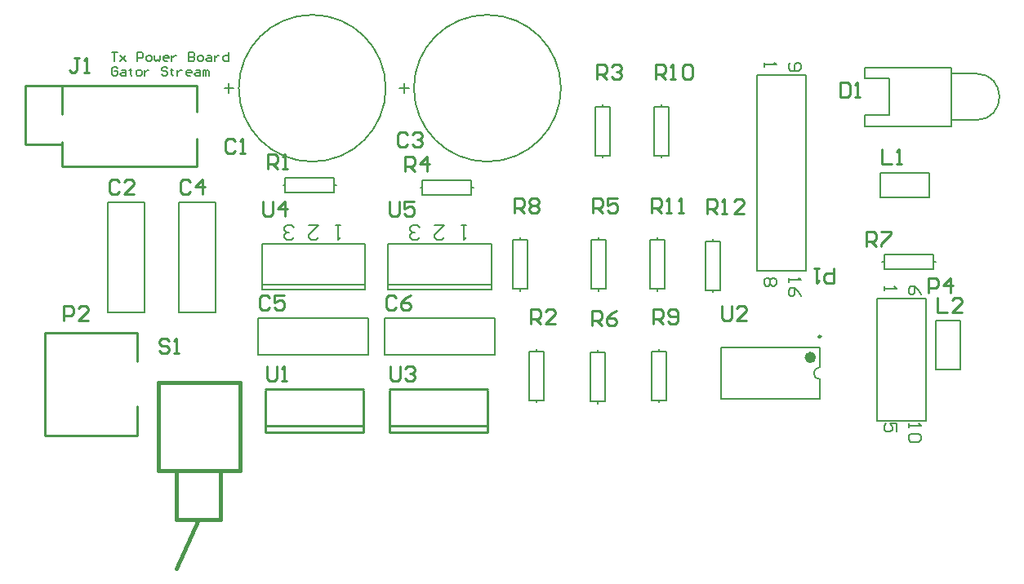
<source format=gto>
G04 Layer_Color=65535*
%FSLAX25Y25*%
%MOIN*%
G70*
G01*
G75*
%ADD28C,0.00787*%
%ADD29C,0.00500*%
%ADD30C,0.00984*%
%ADD31C,0.02362*%
%ADD32C,0.01000*%
%ADD33C,0.01500*%
%ADD34C,0.00700*%
%ADD35C,0.00591*%
%ADD36C,0.00800*%
D28*
X236500Y247000D02*
G03*
X236500Y247000I-30000J0D01*
G01*
X308000D02*
G03*
X308000Y247000I-30000J0D01*
G01*
X413776Y133000D02*
G03*
X413776Y128000I0J-2500D01*
G01*
X437000Y161000D02*
X457000D01*
X437000Y111000D02*
Y161000D01*
Y111000D02*
X457000D01*
Y161000D01*
X408000Y172500D02*
Y252500D01*
X388000Y172500D02*
Y252500D01*
Y172500D02*
X408000D01*
X388000Y252500D02*
X408000D01*
X184500Y138000D02*
Y153000D01*
X229500D01*
Y138000D02*
Y153000D01*
X184500Y138000D02*
X229500D01*
X236000D02*
Y153000D01*
X281000D01*
Y138000D02*
Y153000D01*
X236000Y138000D02*
X281000D01*
X438500Y202500D02*
Y212500D01*
X458500D01*
Y202500D02*
Y212500D01*
X438500Y202500D02*
X458500D01*
X185937Y166748D02*
X228063D01*
X185937Y164779D02*
X228063D01*
X185937Y183283D02*
X228063D01*
Y164779D02*
Y183283D01*
X185937Y164779D02*
Y183283D01*
X215500Y207500D02*
Y210500D01*
X195500D02*
X215500D01*
X195500Y204500D02*
Y210500D01*
Y204500D02*
X215500D01*
Y207500D01*
X194600D02*
X195500D01*
X215500D02*
X216400D01*
X461000Y132000D02*
X471000D01*
X461000D02*
Y152000D01*
X471000D01*
Y132000D02*
Y152000D01*
X373224Y140933D02*
X413776D01*
X373224Y120067D02*
X413776D01*
Y133000D02*
Y140933D01*
Y120067D02*
Y128000D01*
X373224Y120067D02*
Y140933D01*
X298000Y119500D02*
X301000D01*
Y139500D01*
X295000D02*
X301000D01*
X295000Y119500D02*
Y139500D01*
Y119500D02*
X298000D01*
Y139500D02*
Y140400D01*
Y118600D02*
Y119500D01*
X237437Y166748D02*
X279563D01*
X237437Y164779D02*
X279563D01*
X237437Y183283D02*
X279563D01*
Y164779D02*
Y183283D01*
X237437Y164779D02*
Y183283D01*
X325000Y219500D02*
X328000D01*
Y239500D01*
X322000D02*
X328000D01*
X322000Y219500D02*
Y239500D01*
Y219500D02*
X325000D01*
Y239500D02*
Y240400D01*
Y218600D02*
Y219500D01*
X251500Y203500D02*
Y206500D01*
Y203500D02*
X271500D01*
Y209500D01*
X251500D02*
X271500D01*
X251500Y206500D02*
Y209500D01*
X271500Y206500D02*
X272400D01*
X250600D02*
X251500D01*
X323000Y119000D02*
X326000D01*
Y139000D01*
X320000D02*
X326000D01*
X320000Y119000D02*
Y139000D01*
Y119000D02*
X323000D01*
Y139000D02*
Y139900D01*
Y118100D02*
Y119000D01*
X320500Y185000D02*
X323500D01*
X320500Y165000D02*
Y185000D01*
Y165000D02*
X326500D01*
Y185000D01*
X323500D02*
X326500D01*
X323500Y164100D02*
Y165000D01*
Y185000D02*
Y185900D01*
X123000Y200500D02*
X138000D01*
Y155500D02*
Y200500D01*
X123000Y155500D02*
X138000D01*
X123000D02*
Y200500D01*
X440000Y173000D02*
Y176000D01*
Y173000D02*
X460000D01*
Y179000D01*
X440000D02*
X460000D01*
X440000Y176000D02*
Y179000D01*
X460000Y176000D02*
X460900D01*
X439100D02*
X440000D01*
X288500Y185000D02*
X291500D01*
X288500Y165000D02*
Y185000D01*
Y165000D02*
X294500D01*
Y185000D01*
X291500D02*
X294500D01*
X291500Y164100D02*
Y165000D01*
Y185000D02*
Y185900D01*
X152000Y200500D02*
X167000D01*
Y155500D02*
Y200500D01*
X152000Y155500D02*
X167000D01*
X152000D02*
Y200500D01*
X348000Y119500D02*
X351000D01*
Y139500D01*
X345000D02*
X351000D01*
X345000Y119500D02*
Y139500D01*
Y119500D02*
X348000D01*
Y139500D02*
Y140400D01*
Y118600D02*
Y119500D01*
X349000Y219500D02*
X352000D01*
Y239500D01*
X346000D02*
X352000D01*
X346000Y219500D02*
Y239500D01*
Y219500D02*
X349000D01*
Y239500D02*
Y240400D01*
Y218600D02*
Y219500D01*
X367000Y184500D02*
X370000D01*
X367000Y164500D02*
Y184500D01*
Y164500D02*
X373000D01*
Y184500D01*
X370000D02*
X373000D01*
X370000Y163600D02*
Y164500D01*
Y184500D02*
Y185400D01*
X344500Y185000D02*
X347500D01*
X344500Y165000D02*
Y185000D01*
Y165000D02*
X350500D01*
Y185000D01*
X347500D02*
X350500D01*
X347500Y164100D02*
Y165000D01*
Y185000D02*
Y185900D01*
D29*
X477500Y234000D02*
G03*
X477500Y253000I0J9500D01*
G01*
X432000Y231500D02*
X467500D01*
Y255500D01*
X432000D02*
X467500D01*
Y234000D02*
X477500D01*
X467500Y253000D02*
X477500D01*
X432000Y231500D02*
Y236000D01*
X442000D01*
Y251000D01*
X432000D02*
X442000D01*
X432000D02*
Y255500D01*
D30*
X414110Y145500D02*
G03*
X414110Y145500I-492J0D01*
G01*
D31*
X411020Y136996D02*
G03*
X411020Y136996I-1181J0D01*
G01*
D32*
X112500Y105000D02*
X135000D01*
X97500D02*
X112500D01*
X97500D02*
Y147000D01*
X135000D01*
Y135500D02*
Y147000D01*
Y105000D02*
Y117000D01*
X89500Y224000D02*
X104500D01*
X89500D02*
Y248000D01*
X104500D01*
Y215000D02*
X159500D01*
X104500Y248000D02*
X159500D01*
Y237500D02*
Y248000D01*
Y215000D02*
Y226500D01*
X104500Y215000D02*
Y225000D01*
Y236500D02*
Y248000D01*
X187500Y109000D02*
X227500D01*
Y106500D02*
Y123500D01*
X187500Y124000D02*
X227500D01*
X187500Y106500D02*
Y123500D01*
Y106500D02*
X227500D01*
X238000Y109000D02*
X278000D01*
Y106500D02*
Y123500D01*
X238000Y124000D02*
X278000D01*
X238000Y106500D02*
Y123500D01*
Y106500D02*
X278000D01*
X105000Y152000D02*
Y157998D01*
X107999D01*
X108999Y156998D01*
Y154999D01*
X107999Y153999D01*
X105000D01*
X114997Y152000D02*
X110998D01*
X114997Y155999D01*
Y156998D01*
X113997Y157998D01*
X111998D01*
X110998Y156998D01*
X111499Y259498D02*
X109499D01*
X110499D01*
Y254500D01*
X109499Y253500D01*
X108500D01*
X107500Y254500D01*
X113498Y253500D02*
X115497D01*
X114498D01*
Y259498D01*
X113498Y258498D01*
X174999Y225498D02*
X173999Y226498D01*
X172000D01*
X171000Y225498D01*
Y221500D01*
X172000Y220500D01*
X173999D01*
X174999Y221500D01*
X176998Y220500D02*
X178997D01*
X177998D01*
Y226498D01*
X176998Y225498D01*
X245499Y227998D02*
X244499Y228998D01*
X242500D01*
X241500Y227998D01*
Y224000D01*
X242500Y223000D01*
X244499D01*
X245499Y224000D01*
X247498Y227998D02*
X248498Y228998D01*
X250497D01*
X251497Y227998D01*
Y226999D01*
X250497Y225999D01*
X249497D01*
X250497D01*
X251497Y224999D01*
Y224000D01*
X250497Y223000D01*
X248498D01*
X247498Y224000D01*
X422000Y249498D02*
Y243500D01*
X424999D01*
X425999Y244500D01*
Y248498D01*
X424999Y249498D01*
X422000D01*
X427998Y243500D02*
X429997D01*
X428998D01*
Y249498D01*
X427998Y248498D01*
X458000Y163500D02*
Y169498D01*
X460999D01*
X461999Y168498D01*
Y166499D01*
X460999Y165499D01*
X458000D01*
X466997Y163500D02*
Y169498D01*
X463998Y166499D01*
X467997D01*
X419500Y173500D02*
Y167502D01*
X416501D01*
X415501Y168502D01*
Y170501D01*
X416501Y171501D01*
X419500D01*
X413502Y173500D02*
X411503D01*
X412502D01*
Y167502D01*
X413502Y168502D01*
X189099Y161398D02*
X188099Y162398D01*
X186100D01*
X185100Y161398D01*
Y157400D01*
X186100Y156400D01*
X188099D01*
X189099Y157400D01*
X195097Y162398D02*
X191098D01*
Y159399D01*
X193097Y160399D01*
X194097D01*
X195097Y159399D01*
Y157400D01*
X194097Y156400D01*
X192098D01*
X191098Y157400D01*
X240599Y161398D02*
X239599Y162398D01*
X237600D01*
X236600Y161398D01*
Y157400D01*
X237600Y156400D01*
X239599D01*
X240599Y157400D01*
X246597Y162398D02*
X244597Y161398D01*
X242598Y159399D01*
Y157400D01*
X243598Y156400D01*
X245597D01*
X246597Y157400D01*
Y158399D01*
X245597Y159399D01*
X242598D01*
X188000Y133498D02*
Y128500D01*
X189000Y127500D01*
X190999D01*
X191999Y128500D01*
Y133498D01*
X193998Y127500D02*
X195997D01*
X194998D01*
Y133498D01*
X193998Y132498D01*
X148049Y143748D02*
X147049Y144748D01*
X145050D01*
X144050Y143748D01*
Y142749D01*
X145050Y141749D01*
X147049D01*
X148049Y140749D01*
Y139750D01*
X147049Y138750D01*
X145050D01*
X144050Y139750D01*
X150048Y138750D02*
X152047D01*
X151048D01*
Y144748D01*
X150048Y143748D01*
X238500Y133498D02*
Y128500D01*
X239500Y127500D01*
X241499D01*
X242499Y128500D01*
Y133498D01*
X244498Y132498D02*
X245498Y133498D01*
X247497D01*
X248497Y132498D01*
Y131499D01*
X247497Y130499D01*
X246497D01*
X247497D01*
X248497Y129499D01*
Y128500D01*
X247497Y127500D01*
X245498D01*
X244498Y128500D01*
X439100Y221898D02*
Y215900D01*
X443099D01*
X445098D02*
X447097D01*
X446098D01*
Y221898D01*
X445098Y220898D01*
X186500Y200598D02*
Y195600D01*
X187500Y194600D01*
X189499D01*
X190499Y195600D01*
Y200598D01*
X195497Y194600D02*
Y200598D01*
X192498Y197599D01*
X196497D01*
X188300Y213900D02*
Y219898D01*
X191299D01*
X192299Y218898D01*
Y216899D01*
X191299Y215899D01*
X188300D01*
X190299D02*
X192299Y213900D01*
X194298D02*
X196297D01*
X195298D01*
Y219898D01*
X194298Y218898D01*
X461600Y161398D02*
Y155400D01*
X465599D01*
X471597D02*
X467598D01*
X471597Y159399D01*
Y160398D01*
X470597Y161398D01*
X468598D01*
X467598Y160398D01*
X373800Y157898D02*
Y152900D01*
X374800Y151900D01*
X376799D01*
X377799Y152900D01*
Y157898D01*
X383797Y151900D02*
X379798D01*
X383797Y155899D01*
Y156898D01*
X382797Y157898D01*
X380798D01*
X379798Y156898D01*
X295600Y150700D02*
Y156698D01*
X298599D01*
X299599Y155698D01*
Y153699D01*
X298599Y152699D01*
X295600D01*
X297599D02*
X299599Y150700D01*
X305597D02*
X301598D01*
X305597Y154699D01*
Y155698D01*
X304597Y156698D01*
X302598D01*
X301598Y155698D01*
X238000Y200598D02*
Y195600D01*
X239000Y194600D01*
X240999D01*
X241999Y195600D01*
Y200598D01*
X247997D02*
X243998D01*
Y197599D01*
X245997Y198599D01*
X246997D01*
X247997Y197599D01*
Y195600D01*
X246997Y194600D01*
X244998D01*
X243998Y195600D01*
X322600Y250700D02*
Y256698D01*
X325599D01*
X326599Y255698D01*
Y253699D01*
X325599Y252699D01*
X322600D01*
X324599D02*
X326599Y250700D01*
X328598Y255698D02*
X329598Y256698D01*
X331597D01*
X332597Y255698D01*
Y254699D01*
X331597Y253699D01*
X330597D01*
X331597D01*
X332597Y252699D01*
Y251700D01*
X331597Y250700D01*
X329598D01*
X328598Y251700D01*
X244300Y212900D02*
Y218898D01*
X247299D01*
X248299Y217898D01*
Y215899D01*
X247299Y214899D01*
X244300D01*
X246299D02*
X248299Y212900D01*
X253297D02*
Y218898D01*
X250298Y215899D01*
X254297D01*
X320600Y150200D02*
Y156198D01*
X323599D01*
X324599Y155198D01*
Y153199D01*
X323599Y152199D01*
X320600D01*
X322599D02*
X324599Y150200D01*
X330597Y156198D02*
X328597Y155198D01*
X326598Y153199D01*
Y151200D01*
X327598Y150200D01*
X329597D01*
X330597Y151200D01*
Y152199D01*
X329597Y153199D01*
X326598D01*
X321100Y196200D02*
Y202198D01*
X324099D01*
X325099Y201198D01*
Y199199D01*
X324099Y198199D01*
X321100D01*
X323099D02*
X325099Y196200D01*
X331097Y202198D02*
X327098D01*
Y199199D01*
X329097Y200199D01*
X330097D01*
X331097Y199199D01*
Y197200D01*
X330097Y196200D01*
X328098D01*
X327098Y197200D01*
X127649Y208848D02*
X126649Y209848D01*
X124650D01*
X123650Y208848D01*
Y204850D01*
X124650Y203850D01*
X126649D01*
X127649Y204850D01*
X133647Y203850D02*
X129648D01*
X133647Y207849D01*
Y208848D01*
X132647Y209848D01*
X130648D01*
X129648Y208848D01*
X432800Y182400D02*
Y188398D01*
X435799D01*
X436799Y187398D01*
Y185399D01*
X435799Y184399D01*
X432800D01*
X434799D02*
X436799Y182400D01*
X438798Y188398D02*
X442797D01*
Y187398D01*
X438798Y183400D01*
Y182400D01*
X289150Y196150D02*
Y202148D01*
X292149D01*
X293149Y201148D01*
Y199149D01*
X292149Y198149D01*
X289150D01*
X291149D02*
X293149Y196150D01*
X295148Y201148D02*
X296148Y202148D01*
X298147D01*
X299147Y201148D01*
Y200149D01*
X298147Y199149D01*
X299147Y198149D01*
Y197150D01*
X298147Y196150D01*
X296148D01*
X295148Y197150D01*
Y198149D01*
X296148Y199149D01*
X295148Y200149D01*
Y201148D01*
X296148Y199149D02*
X298147D01*
X156649Y208848D02*
X155649Y209848D01*
X153650D01*
X152650Y208848D01*
Y204850D01*
X153650Y203850D01*
X155649D01*
X156649Y204850D01*
X161647Y203850D02*
Y209848D01*
X158648Y206849D01*
X162647D01*
X345600Y150700D02*
Y156698D01*
X348599D01*
X349599Y155698D01*
Y153699D01*
X348599Y152699D01*
X345600D01*
X347599D02*
X349599Y150700D01*
X351598Y151700D02*
X352598Y150700D01*
X354597D01*
X355597Y151700D01*
Y155698D01*
X354597Y156698D01*
X352598D01*
X351598Y155698D01*
Y154699D01*
X352598Y153699D01*
X355597D01*
X346600Y250700D02*
Y256698D01*
X349599D01*
X350599Y255698D01*
Y253699D01*
X349599Y252699D01*
X346600D01*
X348599D02*
X350599Y250700D01*
X352598D02*
X354597D01*
X353598D01*
Y256698D01*
X352598Y255698D01*
X357596D02*
X358596Y256698D01*
X360595D01*
X361595Y255698D01*
Y251700D01*
X360595Y250700D01*
X358596D01*
X357596Y251700D01*
Y255698D01*
X367650Y195650D02*
Y201648D01*
X370649D01*
X371649Y200648D01*
Y198649D01*
X370649Y197649D01*
X367650D01*
X369649D02*
X371649Y195650D01*
X373648D02*
X375647D01*
X374648D01*
Y201648D01*
X373648Y200648D01*
X382645Y195650D02*
X378646D01*
X382645Y199649D01*
Y200648D01*
X381645Y201648D01*
X379646D01*
X378646Y200648D01*
X345150Y196150D02*
Y202148D01*
X348149D01*
X349149Y201148D01*
Y199149D01*
X348149Y198149D01*
X345150D01*
X347149D02*
X349149Y196150D01*
X351148D02*
X353147D01*
X352148D01*
Y202148D01*
X351148Y201148D01*
X356146Y196150D02*
X358146D01*
X357146D01*
Y202148D01*
X356146Y201148D01*
D33*
X151064Y50817D02*
X160073Y70817D01*
X151064Y70811D02*
X169064D01*
X151064D02*
Y90811D01*
X169064Y70811D02*
Y90811D01*
X143764D02*
X177164D01*
X143764D02*
Y126811D01*
X177164Y90811D02*
Y126811D01*
X143764D02*
X177164D01*
D34*
X124700Y261578D02*
X127033D01*
X125866D01*
Y258079D01*
X128199Y260411D02*
X130531Y258079D01*
X129365Y259245D01*
X130531Y260411D01*
X128199Y258079D01*
X135197D02*
Y261578D01*
X136946D01*
X137529Y260994D01*
Y259828D01*
X136946Y259245D01*
X135197D01*
X139279Y258079D02*
X140445D01*
X141028Y258662D01*
Y259828D01*
X140445Y260411D01*
X139279D01*
X138696Y259828D01*
Y258662D01*
X139279Y258079D01*
X142194Y260411D02*
Y258662D01*
X142778Y258079D01*
X143361Y258662D01*
X143944Y258079D01*
X144527Y258662D01*
Y260411D01*
X147443Y258079D02*
X146276D01*
X145693Y258662D01*
Y259828D01*
X146276Y260411D01*
X147443D01*
X148026Y259828D01*
Y259245D01*
X145693D01*
X149192Y260411D02*
Y258079D01*
Y259245D01*
X149775Y259828D01*
X150358Y260411D01*
X150942D01*
X156190Y261578D02*
Y258079D01*
X157939D01*
X158522Y258662D01*
Y259245D01*
X157939Y259828D01*
X156190D01*
X157939D01*
X158522Y260411D01*
Y260994D01*
X157939Y261578D01*
X156190D01*
X160272Y258079D02*
X161438D01*
X162021Y258662D01*
Y259828D01*
X161438Y260411D01*
X160272D01*
X159689Y259828D01*
Y258662D01*
X160272Y258079D01*
X163771Y260411D02*
X164937D01*
X165520Y259828D01*
Y258079D01*
X163771D01*
X163188Y258662D01*
X163771Y259245D01*
X165520D01*
X166686Y260411D02*
Y258079D01*
Y259245D01*
X167270Y259828D01*
X167853Y260411D01*
X168436D01*
X172518Y261578D02*
Y258079D01*
X170768D01*
X170185Y258662D01*
Y259828D01*
X170768Y260411D01*
X172518D01*
X127033Y255116D02*
X126449Y255699D01*
X125283D01*
X124700Y255116D01*
Y252783D01*
X125283Y252200D01*
X126449D01*
X127033Y252783D01*
Y253949D01*
X125866D01*
X128782Y254533D02*
X129948D01*
X130531Y253949D01*
Y252200D01*
X128782D01*
X128199Y252783D01*
X128782Y253366D01*
X130531D01*
X132281Y255116D02*
Y254533D01*
X131698D01*
X132864D01*
X132281D01*
Y252783D01*
X132864Y252200D01*
X135197D02*
X136363D01*
X136946Y252783D01*
Y253949D01*
X136363Y254533D01*
X135197D01*
X134614Y253949D01*
Y252783D01*
X135197Y252200D01*
X138112Y254533D02*
Y252200D01*
Y253366D01*
X138696Y253949D01*
X139279Y254533D01*
X139862D01*
X147443Y255116D02*
X146860Y255699D01*
X145693D01*
X145110Y255116D01*
Y254533D01*
X145693Y253949D01*
X146860D01*
X147443Y253366D01*
Y252783D01*
X146860Y252200D01*
X145693D01*
X145110Y252783D01*
X149192Y255116D02*
Y254533D01*
X148609D01*
X149775D01*
X149192D01*
Y252783D01*
X149775Y252200D01*
X151525Y254533D02*
Y252200D01*
Y253366D01*
X152108Y253949D01*
X152691Y254533D01*
X153274D01*
X156773Y252200D02*
X155607D01*
X155024Y252783D01*
Y253949D01*
X155607Y254533D01*
X156773D01*
X157356Y253949D01*
Y253366D01*
X155024D01*
X159106Y254533D02*
X160272D01*
X160855Y253949D01*
Y252200D01*
X159106D01*
X158522Y252783D01*
X159106Y253366D01*
X160855D01*
X162021Y252200D02*
Y254533D01*
X162604D01*
X163188Y253949D01*
Y252200D01*
Y253949D01*
X163771Y254533D01*
X164354Y253949D01*
Y252200D01*
D35*
X174485Y246949D02*
X170549D01*
X172517Y244981D02*
Y248917D01*
X245985Y246949D02*
X242049D01*
X244017Y244981D02*
Y248917D01*
X205033Y191059D02*
X208968D01*
X205033Y187123D01*
Y186139D01*
X206017Y185155D01*
X207985D01*
X208968Y186139D01*
X217984Y191059D02*
X216016D01*
X217000D01*
Y185155D01*
X217984Y186139D01*
X198969D02*
X197985Y185155D01*
X196017D01*
X195033Y186139D01*
Y187123D01*
X196017Y188107D01*
X197001D01*
X196017D01*
X195033Y189091D01*
Y190075D01*
X196017Y191059D01*
X197985D01*
X198969Y190075D01*
X256533Y191059D02*
X260469D01*
X256533Y187123D01*
Y186139D01*
X257517Y185155D01*
X259485D01*
X260469Y186139D01*
X269484Y191059D02*
X267516D01*
X268500D01*
Y185155D01*
X269484Y186139D01*
X250468D02*
X249485Y185155D01*
X247517D01*
X246533Y186139D01*
Y187123D01*
X247517Y188107D01*
X248501D01*
X247517D01*
X246533Y189091D01*
Y190075D01*
X247517Y191059D01*
X249485D01*
X250468Y190075D01*
D36*
X454998Y162668D02*
X454165Y164334D01*
X452499Y166000D01*
X450833D01*
X450000Y165167D01*
Y163501D01*
X450833Y162668D01*
X451666D01*
X452499Y163501D01*
Y166000D01*
X450000Y110000D02*
Y108334D01*
Y109167D01*
X454998D01*
X454165Y110000D01*
Y105835D02*
X454998Y105002D01*
Y103335D01*
X454165Y102502D01*
X450833D01*
X450000Y103335D01*
Y105002D01*
X450833Y105835D01*
X454165D01*
X444998Y106668D02*
Y110000D01*
X442499D01*
X443332Y108334D01*
Y107501D01*
X442499Y106668D01*
X440833D01*
X440000Y107501D01*
Y109167D01*
X440833Y110000D01*
X440000Y166000D02*
Y164334D01*
Y165167D01*
X444998D01*
X444165Y166000D01*
X401000Y169500D02*
Y167834D01*
Y168667D01*
X405998D01*
X405165Y169500D01*
X405998Y162002D02*
X405165Y163669D01*
X403499Y165335D01*
X401833D01*
X401000Y164502D01*
Y162836D01*
X401833Y162002D01*
X402666D01*
X403499Y162836D01*
Y165335D01*
X395165Y169500D02*
X395998Y168667D01*
Y167001D01*
X395165Y166168D01*
X394332D01*
X393499Y167001D01*
X392666Y166168D01*
X391833D01*
X391000Y167001D01*
Y168667D01*
X391833Y169500D01*
X392666D01*
X393499Y168667D01*
X394332Y169500D01*
X395165D01*
X393499Y168667D02*
Y167001D01*
X391000Y257500D02*
Y255834D01*
Y256667D01*
X395998D01*
X395165Y257500D01*
X401833D02*
X401000Y256667D01*
Y255001D01*
X401833Y254168D01*
X405165D01*
X405998Y255001D01*
Y256667D01*
X405165Y257500D01*
X404332D01*
X403499Y256667D01*
Y254168D01*
M02*

</source>
